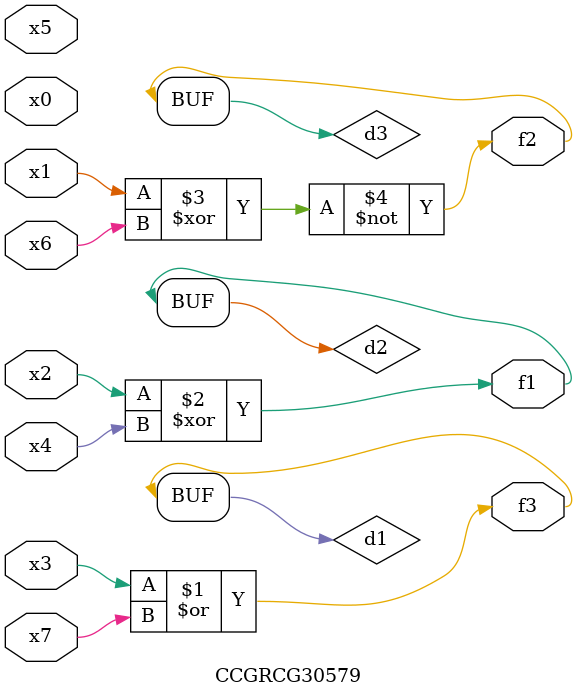
<source format=v>
module CCGRCG30579(
	input x0, x1, x2, x3, x4, x5, x6, x7,
	output f1, f2, f3
);

	wire d1, d2, d3;

	or (d1, x3, x7);
	xor (d2, x2, x4);
	xnor (d3, x1, x6);
	assign f1 = d2;
	assign f2 = d3;
	assign f3 = d1;
endmodule

</source>
